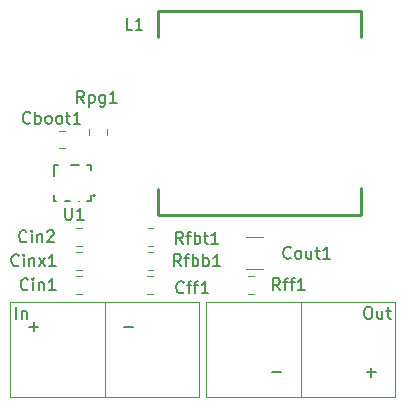
<source format=gbr>
%TF.GenerationSoftware,KiCad,Pcbnew,7.0.7*%
%TF.CreationDate,2023-08-27T13:56:46-07:00*%
%TF.ProjectId,DC-DC_converter,44432d44-435f-4636-9f6e-766572746572,rev?*%
%TF.SameCoordinates,Original*%
%TF.FileFunction,Legend,Top*%
%TF.FilePolarity,Positive*%
%FSLAX46Y46*%
G04 Gerber Fmt 4.6, Leading zero omitted, Abs format (unit mm)*
G04 Created by KiCad (PCBNEW 7.0.7) date 2023-08-27 13:56:46*
%MOMM*%
%LPD*%
G01*
G04 APERTURE LIST*
%ADD10C,0.150000*%
%ADD11C,0.200000*%
%ADD12C,0.152000*%
%ADD13C,0.120000*%
%ADD14C,0.254000*%
G04 APERTURE END LIST*
D10*
X54356095Y-80861819D02*
X54356095Y-81671342D01*
X54356095Y-81671342D02*
X54403714Y-81766580D01*
X54403714Y-81766580D02*
X54451333Y-81814200D01*
X54451333Y-81814200D02*
X54546571Y-81861819D01*
X54546571Y-81861819D02*
X54737047Y-81861819D01*
X54737047Y-81861819D02*
X54832285Y-81814200D01*
X54832285Y-81814200D02*
X54879904Y-81766580D01*
X54879904Y-81766580D02*
X54927523Y-81671342D01*
X54927523Y-81671342D02*
X54927523Y-80861819D01*
X55927523Y-81861819D02*
X55356095Y-81861819D01*
X55641809Y-81861819D02*
X55641809Y-80861819D01*
X55641809Y-80861819D02*
X55546571Y-81004676D01*
X55546571Y-81004676D02*
X55451333Y-81099914D01*
X55451333Y-81099914D02*
X55356095Y-81147533D01*
X55951571Y-71955819D02*
X55618238Y-71479628D01*
X55380143Y-71955819D02*
X55380143Y-70955819D01*
X55380143Y-70955819D02*
X55761095Y-70955819D01*
X55761095Y-70955819D02*
X55856333Y-71003438D01*
X55856333Y-71003438D02*
X55903952Y-71051057D01*
X55903952Y-71051057D02*
X55951571Y-71146295D01*
X55951571Y-71146295D02*
X55951571Y-71289152D01*
X55951571Y-71289152D02*
X55903952Y-71384390D01*
X55903952Y-71384390D02*
X55856333Y-71432009D01*
X55856333Y-71432009D02*
X55761095Y-71479628D01*
X55761095Y-71479628D02*
X55380143Y-71479628D01*
X56380143Y-71289152D02*
X56380143Y-72289152D01*
X56380143Y-71336771D02*
X56475381Y-71289152D01*
X56475381Y-71289152D02*
X56665857Y-71289152D01*
X56665857Y-71289152D02*
X56761095Y-71336771D01*
X56761095Y-71336771D02*
X56808714Y-71384390D01*
X56808714Y-71384390D02*
X56856333Y-71479628D01*
X56856333Y-71479628D02*
X56856333Y-71765342D01*
X56856333Y-71765342D02*
X56808714Y-71860580D01*
X56808714Y-71860580D02*
X56761095Y-71908200D01*
X56761095Y-71908200D02*
X56665857Y-71955819D01*
X56665857Y-71955819D02*
X56475381Y-71955819D01*
X56475381Y-71955819D02*
X56380143Y-71908200D01*
X57713476Y-71289152D02*
X57713476Y-72098676D01*
X57713476Y-72098676D02*
X57665857Y-72193914D01*
X57665857Y-72193914D02*
X57618238Y-72241533D01*
X57618238Y-72241533D02*
X57523000Y-72289152D01*
X57523000Y-72289152D02*
X57380143Y-72289152D01*
X57380143Y-72289152D02*
X57284905Y-72241533D01*
X57713476Y-71908200D02*
X57618238Y-71955819D01*
X57618238Y-71955819D02*
X57427762Y-71955819D01*
X57427762Y-71955819D02*
X57332524Y-71908200D01*
X57332524Y-71908200D02*
X57284905Y-71860580D01*
X57284905Y-71860580D02*
X57237286Y-71765342D01*
X57237286Y-71765342D02*
X57237286Y-71479628D01*
X57237286Y-71479628D02*
X57284905Y-71384390D01*
X57284905Y-71384390D02*
X57332524Y-71336771D01*
X57332524Y-71336771D02*
X57427762Y-71289152D01*
X57427762Y-71289152D02*
X57618238Y-71289152D01*
X57618238Y-71289152D02*
X57713476Y-71336771D01*
X58713476Y-71955819D02*
X58142048Y-71955819D01*
X58427762Y-71955819D02*
X58427762Y-70955819D01*
X58427762Y-70955819D02*
X58332524Y-71098676D01*
X58332524Y-71098676D02*
X58237286Y-71193914D01*
X58237286Y-71193914D02*
X58142048Y-71241533D01*
X72540904Y-87830819D02*
X72207571Y-87354628D01*
X71969476Y-87830819D02*
X71969476Y-86830819D01*
X71969476Y-86830819D02*
X72350428Y-86830819D01*
X72350428Y-86830819D02*
X72445666Y-86878438D01*
X72445666Y-86878438D02*
X72493285Y-86926057D01*
X72493285Y-86926057D02*
X72540904Y-87021295D01*
X72540904Y-87021295D02*
X72540904Y-87164152D01*
X72540904Y-87164152D02*
X72493285Y-87259390D01*
X72493285Y-87259390D02*
X72445666Y-87307009D01*
X72445666Y-87307009D02*
X72350428Y-87354628D01*
X72350428Y-87354628D02*
X71969476Y-87354628D01*
X72826619Y-87164152D02*
X73207571Y-87164152D01*
X72969476Y-87830819D02*
X72969476Y-86973676D01*
X72969476Y-86973676D02*
X73017095Y-86878438D01*
X73017095Y-86878438D02*
X73112333Y-86830819D01*
X73112333Y-86830819D02*
X73207571Y-86830819D01*
X73398048Y-87164152D02*
X73779000Y-87164152D01*
X73540905Y-87830819D02*
X73540905Y-86973676D01*
X73540905Y-86973676D02*
X73588524Y-86878438D01*
X73588524Y-86878438D02*
X73683762Y-86830819D01*
X73683762Y-86830819D02*
X73779000Y-86830819D01*
X74636143Y-87830819D02*
X74064715Y-87830819D01*
X74350429Y-87830819D02*
X74350429Y-86830819D01*
X74350429Y-86830819D02*
X74255191Y-86973676D01*
X74255191Y-86973676D02*
X74159953Y-87068914D01*
X74159953Y-87068914D02*
X74064715Y-87116533D01*
X64318023Y-83893819D02*
X63984690Y-83417628D01*
X63746595Y-83893819D02*
X63746595Y-82893819D01*
X63746595Y-82893819D02*
X64127547Y-82893819D01*
X64127547Y-82893819D02*
X64222785Y-82941438D01*
X64222785Y-82941438D02*
X64270404Y-82989057D01*
X64270404Y-82989057D02*
X64318023Y-83084295D01*
X64318023Y-83084295D02*
X64318023Y-83227152D01*
X64318023Y-83227152D02*
X64270404Y-83322390D01*
X64270404Y-83322390D02*
X64222785Y-83370009D01*
X64222785Y-83370009D02*
X64127547Y-83417628D01*
X64127547Y-83417628D02*
X63746595Y-83417628D01*
X64603738Y-83227152D02*
X64984690Y-83227152D01*
X64746595Y-83893819D02*
X64746595Y-83036676D01*
X64746595Y-83036676D02*
X64794214Y-82941438D01*
X64794214Y-82941438D02*
X64889452Y-82893819D01*
X64889452Y-82893819D02*
X64984690Y-82893819D01*
X65318024Y-83893819D02*
X65318024Y-82893819D01*
X65318024Y-83274771D02*
X65413262Y-83227152D01*
X65413262Y-83227152D02*
X65603738Y-83227152D01*
X65603738Y-83227152D02*
X65698976Y-83274771D01*
X65698976Y-83274771D02*
X65746595Y-83322390D01*
X65746595Y-83322390D02*
X65794214Y-83417628D01*
X65794214Y-83417628D02*
X65794214Y-83703342D01*
X65794214Y-83703342D02*
X65746595Y-83798580D01*
X65746595Y-83798580D02*
X65698976Y-83846200D01*
X65698976Y-83846200D02*
X65603738Y-83893819D01*
X65603738Y-83893819D02*
X65413262Y-83893819D01*
X65413262Y-83893819D02*
X65318024Y-83846200D01*
X66079929Y-83227152D02*
X66460881Y-83227152D01*
X66222786Y-82893819D02*
X66222786Y-83750961D01*
X66222786Y-83750961D02*
X66270405Y-83846200D01*
X66270405Y-83846200D02*
X66365643Y-83893819D01*
X66365643Y-83893819D02*
X66460881Y-83893819D01*
X67318024Y-83893819D02*
X66746596Y-83893819D01*
X67032310Y-83893819D02*
X67032310Y-82893819D01*
X67032310Y-82893819D02*
X66937072Y-83036676D01*
X66937072Y-83036676D02*
X66841834Y-83131914D01*
X66841834Y-83131914D02*
X66746596Y-83179533D01*
X64151356Y-85798819D02*
X63818023Y-85322628D01*
X63579928Y-85798819D02*
X63579928Y-84798819D01*
X63579928Y-84798819D02*
X63960880Y-84798819D01*
X63960880Y-84798819D02*
X64056118Y-84846438D01*
X64056118Y-84846438D02*
X64103737Y-84894057D01*
X64103737Y-84894057D02*
X64151356Y-84989295D01*
X64151356Y-84989295D02*
X64151356Y-85132152D01*
X64151356Y-85132152D02*
X64103737Y-85227390D01*
X64103737Y-85227390D02*
X64056118Y-85275009D01*
X64056118Y-85275009D02*
X63960880Y-85322628D01*
X63960880Y-85322628D02*
X63579928Y-85322628D01*
X64437071Y-85132152D02*
X64818023Y-85132152D01*
X64579928Y-85798819D02*
X64579928Y-84941676D01*
X64579928Y-84941676D02*
X64627547Y-84846438D01*
X64627547Y-84846438D02*
X64722785Y-84798819D01*
X64722785Y-84798819D02*
X64818023Y-84798819D01*
X65151357Y-85798819D02*
X65151357Y-84798819D01*
X65151357Y-85179771D02*
X65246595Y-85132152D01*
X65246595Y-85132152D02*
X65437071Y-85132152D01*
X65437071Y-85132152D02*
X65532309Y-85179771D01*
X65532309Y-85179771D02*
X65579928Y-85227390D01*
X65579928Y-85227390D02*
X65627547Y-85322628D01*
X65627547Y-85322628D02*
X65627547Y-85608342D01*
X65627547Y-85608342D02*
X65579928Y-85703580D01*
X65579928Y-85703580D02*
X65532309Y-85751200D01*
X65532309Y-85751200D02*
X65437071Y-85798819D01*
X65437071Y-85798819D02*
X65246595Y-85798819D01*
X65246595Y-85798819D02*
X65151357Y-85751200D01*
X66056119Y-85798819D02*
X66056119Y-84798819D01*
X66056119Y-85179771D02*
X66151357Y-85132152D01*
X66151357Y-85132152D02*
X66341833Y-85132152D01*
X66341833Y-85132152D02*
X66437071Y-85179771D01*
X66437071Y-85179771D02*
X66484690Y-85227390D01*
X66484690Y-85227390D02*
X66532309Y-85322628D01*
X66532309Y-85322628D02*
X66532309Y-85608342D01*
X66532309Y-85608342D02*
X66484690Y-85703580D01*
X66484690Y-85703580D02*
X66437071Y-85751200D01*
X66437071Y-85751200D02*
X66341833Y-85798819D01*
X66341833Y-85798819D02*
X66151357Y-85798819D01*
X66151357Y-85798819D02*
X66056119Y-85751200D01*
X67484690Y-85798819D02*
X66913262Y-85798819D01*
X67198976Y-85798819D02*
X67198976Y-84798819D01*
X67198976Y-84798819D02*
X67103738Y-84941676D01*
X67103738Y-84941676D02*
X67008500Y-85036914D01*
X67008500Y-85036914D02*
X66913262Y-85084533D01*
X79938666Y-89243819D02*
X80129142Y-89243819D01*
X80129142Y-89243819D02*
X80224380Y-89291438D01*
X80224380Y-89291438D02*
X80319618Y-89386676D01*
X80319618Y-89386676D02*
X80367237Y-89577152D01*
X80367237Y-89577152D02*
X80367237Y-89910485D01*
X80367237Y-89910485D02*
X80319618Y-90100961D01*
X80319618Y-90100961D02*
X80224380Y-90196200D01*
X80224380Y-90196200D02*
X80129142Y-90243819D01*
X80129142Y-90243819D02*
X79938666Y-90243819D01*
X79938666Y-90243819D02*
X79843428Y-90196200D01*
X79843428Y-90196200D02*
X79748190Y-90100961D01*
X79748190Y-90100961D02*
X79700571Y-89910485D01*
X79700571Y-89910485D02*
X79700571Y-89577152D01*
X79700571Y-89577152D02*
X79748190Y-89386676D01*
X79748190Y-89386676D02*
X79843428Y-89291438D01*
X79843428Y-89291438D02*
X79938666Y-89243819D01*
X81224380Y-89577152D02*
X81224380Y-90243819D01*
X80795809Y-89577152D02*
X80795809Y-90100961D01*
X80795809Y-90100961D02*
X80843428Y-90196200D01*
X80843428Y-90196200D02*
X80938666Y-90243819D01*
X80938666Y-90243819D02*
X81081523Y-90243819D01*
X81081523Y-90243819D02*
X81176761Y-90196200D01*
X81176761Y-90196200D02*
X81224380Y-90148580D01*
X81557714Y-89577152D02*
X81938666Y-89577152D01*
X81700571Y-89243819D02*
X81700571Y-90100961D01*
X81700571Y-90100961D02*
X81748190Y-90196200D01*
X81748190Y-90196200D02*
X81843428Y-90243819D01*
X81843428Y-90243819D02*
X81938666Y-90243819D01*
D11*
X80675951Y-94765733D02*
X79914047Y-94765733D01*
X80294999Y-94384780D02*
X80294999Y-95146685D01*
X72675951Y-94765733D02*
X71914047Y-94765733D01*
D10*
X60031333Y-65783619D02*
X59555143Y-65783619D01*
X59555143Y-65783619D02*
X59555143Y-64783619D01*
X60888476Y-65783619D02*
X60317048Y-65783619D01*
X60602762Y-65783619D02*
X60602762Y-64783619D01*
X60602762Y-64783619D02*
X60507524Y-64926476D01*
X60507524Y-64926476D02*
X60412286Y-65021714D01*
X60412286Y-65021714D02*
X60317048Y-65069333D01*
X50220619Y-90243819D02*
X50220619Y-89243819D01*
X50696809Y-89577152D02*
X50696809Y-90243819D01*
X50696809Y-89672390D02*
X50744428Y-89624771D01*
X50744428Y-89624771D02*
X50839666Y-89577152D01*
X50839666Y-89577152D02*
X50982523Y-89577152D01*
X50982523Y-89577152D02*
X51077761Y-89624771D01*
X51077761Y-89624771D02*
X51125380Y-89720009D01*
X51125380Y-89720009D02*
X51125380Y-90243819D01*
D11*
X51341048Y-90908266D02*
X52102953Y-90908266D01*
X51722000Y-91289219D02*
X51722000Y-90527314D01*
X59341048Y-90908266D02*
X60102953Y-90908266D01*
D10*
X73445856Y-85068580D02*
X73398237Y-85116200D01*
X73398237Y-85116200D02*
X73255380Y-85163819D01*
X73255380Y-85163819D02*
X73160142Y-85163819D01*
X73160142Y-85163819D02*
X73017285Y-85116200D01*
X73017285Y-85116200D02*
X72922047Y-85020961D01*
X72922047Y-85020961D02*
X72874428Y-84925723D01*
X72874428Y-84925723D02*
X72826809Y-84735247D01*
X72826809Y-84735247D02*
X72826809Y-84592390D01*
X72826809Y-84592390D02*
X72874428Y-84401914D01*
X72874428Y-84401914D02*
X72922047Y-84306676D01*
X72922047Y-84306676D02*
X73017285Y-84211438D01*
X73017285Y-84211438D02*
X73160142Y-84163819D01*
X73160142Y-84163819D02*
X73255380Y-84163819D01*
X73255380Y-84163819D02*
X73398237Y-84211438D01*
X73398237Y-84211438D02*
X73445856Y-84259057D01*
X74017285Y-85163819D02*
X73922047Y-85116200D01*
X73922047Y-85116200D02*
X73874428Y-85068580D01*
X73874428Y-85068580D02*
X73826809Y-84973342D01*
X73826809Y-84973342D02*
X73826809Y-84687628D01*
X73826809Y-84687628D02*
X73874428Y-84592390D01*
X73874428Y-84592390D02*
X73922047Y-84544771D01*
X73922047Y-84544771D02*
X74017285Y-84497152D01*
X74017285Y-84497152D02*
X74160142Y-84497152D01*
X74160142Y-84497152D02*
X74255380Y-84544771D01*
X74255380Y-84544771D02*
X74302999Y-84592390D01*
X74302999Y-84592390D02*
X74350618Y-84687628D01*
X74350618Y-84687628D02*
X74350618Y-84973342D01*
X74350618Y-84973342D02*
X74302999Y-85068580D01*
X74302999Y-85068580D02*
X74255380Y-85116200D01*
X74255380Y-85116200D02*
X74160142Y-85163819D01*
X74160142Y-85163819D02*
X74017285Y-85163819D01*
X75207761Y-84497152D02*
X75207761Y-85163819D01*
X74779190Y-84497152D02*
X74779190Y-85020961D01*
X74779190Y-85020961D02*
X74826809Y-85116200D01*
X74826809Y-85116200D02*
X74922047Y-85163819D01*
X74922047Y-85163819D02*
X75064904Y-85163819D01*
X75064904Y-85163819D02*
X75160142Y-85116200D01*
X75160142Y-85116200D02*
X75207761Y-85068580D01*
X75541095Y-84497152D02*
X75922047Y-84497152D01*
X75683952Y-84163819D02*
X75683952Y-85020961D01*
X75683952Y-85020961D02*
X75731571Y-85116200D01*
X75731571Y-85116200D02*
X75826809Y-85163819D01*
X75826809Y-85163819D02*
X75922047Y-85163819D01*
X76779190Y-85163819D02*
X76207762Y-85163819D01*
X76493476Y-85163819D02*
X76493476Y-84163819D01*
X76493476Y-84163819D02*
X76398238Y-84306676D01*
X76398238Y-84306676D02*
X76303000Y-84401914D01*
X76303000Y-84401914D02*
X76207762Y-84449533D01*
X50427095Y-85703580D02*
X50379476Y-85751200D01*
X50379476Y-85751200D02*
X50236619Y-85798819D01*
X50236619Y-85798819D02*
X50141381Y-85798819D01*
X50141381Y-85798819D02*
X49998524Y-85751200D01*
X49998524Y-85751200D02*
X49903286Y-85655961D01*
X49903286Y-85655961D02*
X49855667Y-85560723D01*
X49855667Y-85560723D02*
X49808048Y-85370247D01*
X49808048Y-85370247D02*
X49808048Y-85227390D01*
X49808048Y-85227390D02*
X49855667Y-85036914D01*
X49855667Y-85036914D02*
X49903286Y-84941676D01*
X49903286Y-84941676D02*
X49998524Y-84846438D01*
X49998524Y-84846438D02*
X50141381Y-84798819D01*
X50141381Y-84798819D02*
X50236619Y-84798819D01*
X50236619Y-84798819D02*
X50379476Y-84846438D01*
X50379476Y-84846438D02*
X50427095Y-84894057D01*
X50855667Y-85798819D02*
X50855667Y-85132152D01*
X50855667Y-84798819D02*
X50808048Y-84846438D01*
X50808048Y-84846438D02*
X50855667Y-84894057D01*
X50855667Y-84894057D02*
X50903286Y-84846438D01*
X50903286Y-84846438D02*
X50855667Y-84798819D01*
X50855667Y-84798819D02*
X50855667Y-84894057D01*
X51331857Y-85132152D02*
X51331857Y-85798819D01*
X51331857Y-85227390D02*
X51379476Y-85179771D01*
X51379476Y-85179771D02*
X51474714Y-85132152D01*
X51474714Y-85132152D02*
X51617571Y-85132152D01*
X51617571Y-85132152D02*
X51712809Y-85179771D01*
X51712809Y-85179771D02*
X51760428Y-85275009D01*
X51760428Y-85275009D02*
X51760428Y-85798819D01*
X52141381Y-85798819D02*
X52665190Y-85132152D01*
X52141381Y-85132152D02*
X52665190Y-85798819D01*
X53569952Y-85798819D02*
X52998524Y-85798819D01*
X53284238Y-85798819D02*
X53284238Y-84798819D01*
X53284238Y-84798819D02*
X53189000Y-84941676D01*
X53189000Y-84941676D02*
X53093762Y-85036914D01*
X53093762Y-85036914D02*
X52998524Y-85084533D01*
X51085857Y-83671580D02*
X51038238Y-83719200D01*
X51038238Y-83719200D02*
X50895381Y-83766819D01*
X50895381Y-83766819D02*
X50800143Y-83766819D01*
X50800143Y-83766819D02*
X50657286Y-83719200D01*
X50657286Y-83719200D02*
X50562048Y-83623961D01*
X50562048Y-83623961D02*
X50514429Y-83528723D01*
X50514429Y-83528723D02*
X50466810Y-83338247D01*
X50466810Y-83338247D02*
X50466810Y-83195390D01*
X50466810Y-83195390D02*
X50514429Y-83004914D01*
X50514429Y-83004914D02*
X50562048Y-82909676D01*
X50562048Y-82909676D02*
X50657286Y-82814438D01*
X50657286Y-82814438D02*
X50800143Y-82766819D01*
X50800143Y-82766819D02*
X50895381Y-82766819D01*
X50895381Y-82766819D02*
X51038238Y-82814438D01*
X51038238Y-82814438D02*
X51085857Y-82862057D01*
X51514429Y-83766819D02*
X51514429Y-83100152D01*
X51514429Y-82766819D02*
X51466810Y-82814438D01*
X51466810Y-82814438D02*
X51514429Y-82862057D01*
X51514429Y-82862057D02*
X51562048Y-82814438D01*
X51562048Y-82814438D02*
X51514429Y-82766819D01*
X51514429Y-82766819D02*
X51514429Y-82862057D01*
X51990619Y-83100152D02*
X51990619Y-83766819D01*
X51990619Y-83195390D02*
X52038238Y-83147771D01*
X52038238Y-83147771D02*
X52133476Y-83100152D01*
X52133476Y-83100152D02*
X52276333Y-83100152D01*
X52276333Y-83100152D02*
X52371571Y-83147771D01*
X52371571Y-83147771D02*
X52419190Y-83243009D01*
X52419190Y-83243009D02*
X52419190Y-83766819D01*
X52847762Y-82862057D02*
X52895381Y-82814438D01*
X52895381Y-82814438D02*
X52990619Y-82766819D01*
X52990619Y-82766819D02*
X53228714Y-82766819D01*
X53228714Y-82766819D02*
X53323952Y-82814438D01*
X53323952Y-82814438D02*
X53371571Y-82862057D01*
X53371571Y-82862057D02*
X53419190Y-82957295D01*
X53419190Y-82957295D02*
X53419190Y-83052533D01*
X53419190Y-83052533D02*
X53371571Y-83195390D01*
X53371571Y-83195390D02*
X52800143Y-83766819D01*
X52800143Y-83766819D02*
X53419190Y-83766819D01*
X51212857Y-87735580D02*
X51165238Y-87783200D01*
X51165238Y-87783200D02*
X51022381Y-87830819D01*
X51022381Y-87830819D02*
X50927143Y-87830819D01*
X50927143Y-87830819D02*
X50784286Y-87783200D01*
X50784286Y-87783200D02*
X50689048Y-87687961D01*
X50689048Y-87687961D02*
X50641429Y-87592723D01*
X50641429Y-87592723D02*
X50593810Y-87402247D01*
X50593810Y-87402247D02*
X50593810Y-87259390D01*
X50593810Y-87259390D02*
X50641429Y-87068914D01*
X50641429Y-87068914D02*
X50689048Y-86973676D01*
X50689048Y-86973676D02*
X50784286Y-86878438D01*
X50784286Y-86878438D02*
X50927143Y-86830819D01*
X50927143Y-86830819D02*
X51022381Y-86830819D01*
X51022381Y-86830819D02*
X51165238Y-86878438D01*
X51165238Y-86878438D02*
X51212857Y-86926057D01*
X51641429Y-87830819D02*
X51641429Y-87164152D01*
X51641429Y-86830819D02*
X51593810Y-86878438D01*
X51593810Y-86878438D02*
X51641429Y-86926057D01*
X51641429Y-86926057D02*
X51689048Y-86878438D01*
X51689048Y-86878438D02*
X51641429Y-86830819D01*
X51641429Y-86830819D02*
X51641429Y-86926057D01*
X52117619Y-87164152D02*
X52117619Y-87830819D01*
X52117619Y-87259390D02*
X52165238Y-87211771D01*
X52165238Y-87211771D02*
X52260476Y-87164152D01*
X52260476Y-87164152D02*
X52403333Y-87164152D01*
X52403333Y-87164152D02*
X52498571Y-87211771D01*
X52498571Y-87211771D02*
X52546190Y-87307009D01*
X52546190Y-87307009D02*
X52546190Y-87830819D01*
X53546190Y-87830819D02*
X52974762Y-87830819D01*
X53260476Y-87830819D02*
X53260476Y-86830819D01*
X53260476Y-86830819D02*
X53165238Y-86973676D01*
X53165238Y-86973676D02*
X53070000Y-87068914D01*
X53070000Y-87068914D02*
X52974762Y-87116533D01*
X64389404Y-87989580D02*
X64341785Y-88037200D01*
X64341785Y-88037200D02*
X64198928Y-88084819D01*
X64198928Y-88084819D02*
X64103690Y-88084819D01*
X64103690Y-88084819D02*
X63960833Y-88037200D01*
X63960833Y-88037200D02*
X63865595Y-87941961D01*
X63865595Y-87941961D02*
X63817976Y-87846723D01*
X63817976Y-87846723D02*
X63770357Y-87656247D01*
X63770357Y-87656247D02*
X63770357Y-87513390D01*
X63770357Y-87513390D02*
X63817976Y-87322914D01*
X63817976Y-87322914D02*
X63865595Y-87227676D01*
X63865595Y-87227676D02*
X63960833Y-87132438D01*
X63960833Y-87132438D02*
X64103690Y-87084819D01*
X64103690Y-87084819D02*
X64198928Y-87084819D01*
X64198928Y-87084819D02*
X64341785Y-87132438D01*
X64341785Y-87132438D02*
X64389404Y-87180057D01*
X64675119Y-87418152D02*
X65056071Y-87418152D01*
X64817976Y-88084819D02*
X64817976Y-87227676D01*
X64817976Y-87227676D02*
X64865595Y-87132438D01*
X64865595Y-87132438D02*
X64960833Y-87084819D01*
X64960833Y-87084819D02*
X65056071Y-87084819D01*
X65246548Y-87418152D02*
X65627500Y-87418152D01*
X65389405Y-88084819D02*
X65389405Y-87227676D01*
X65389405Y-87227676D02*
X65437024Y-87132438D01*
X65437024Y-87132438D02*
X65532262Y-87084819D01*
X65532262Y-87084819D02*
X65627500Y-87084819D01*
X66484643Y-88084819D02*
X65913215Y-88084819D01*
X66198929Y-88084819D02*
X66198929Y-87084819D01*
X66198929Y-87084819D02*
X66103691Y-87227676D01*
X66103691Y-87227676D02*
X66008453Y-87322914D01*
X66008453Y-87322914D02*
X65913215Y-87370533D01*
X51403475Y-73638580D02*
X51355856Y-73686200D01*
X51355856Y-73686200D02*
X51212999Y-73733819D01*
X51212999Y-73733819D02*
X51117761Y-73733819D01*
X51117761Y-73733819D02*
X50974904Y-73686200D01*
X50974904Y-73686200D02*
X50879666Y-73590961D01*
X50879666Y-73590961D02*
X50832047Y-73495723D01*
X50832047Y-73495723D02*
X50784428Y-73305247D01*
X50784428Y-73305247D02*
X50784428Y-73162390D01*
X50784428Y-73162390D02*
X50832047Y-72971914D01*
X50832047Y-72971914D02*
X50879666Y-72876676D01*
X50879666Y-72876676D02*
X50974904Y-72781438D01*
X50974904Y-72781438D02*
X51117761Y-72733819D01*
X51117761Y-72733819D02*
X51212999Y-72733819D01*
X51212999Y-72733819D02*
X51355856Y-72781438D01*
X51355856Y-72781438D02*
X51403475Y-72829057D01*
X51832047Y-73733819D02*
X51832047Y-72733819D01*
X51832047Y-73114771D02*
X51927285Y-73067152D01*
X51927285Y-73067152D02*
X52117761Y-73067152D01*
X52117761Y-73067152D02*
X52212999Y-73114771D01*
X52212999Y-73114771D02*
X52260618Y-73162390D01*
X52260618Y-73162390D02*
X52308237Y-73257628D01*
X52308237Y-73257628D02*
X52308237Y-73543342D01*
X52308237Y-73543342D02*
X52260618Y-73638580D01*
X52260618Y-73638580D02*
X52212999Y-73686200D01*
X52212999Y-73686200D02*
X52117761Y-73733819D01*
X52117761Y-73733819D02*
X51927285Y-73733819D01*
X51927285Y-73733819D02*
X51832047Y-73686200D01*
X52879666Y-73733819D02*
X52784428Y-73686200D01*
X52784428Y-73686200D02*
X52736809Y-73638580D01*
X52736809Y-73638580D02*
X52689190Y-73543342D01*
X52689190Y-73543342D02*
X52689190Y-73257628D01*
X52689190Y-73257628D02*
X52736809Y-73162390D01*
X52736809Y-73162390D02*
X52784428Y-73114771D01*
X52784428Y-73114771D02*
X52879666Y-73067152D01*
X52879666Y-73067152D02*
X53022523Y-73067152D01*
X53022523Y-73067152D02*
X53117761Y-73114771D01*
X53117761Y-73114771D02*
X53165380Y-73162390D01*
X53165380Y-73162390D02*
X53212999Y-73257628D01*
X53212999Y-73257628D02*
X53212999Y-73543342D01*
X53212999Y-73543342D02*
X53165380Y-73638580D01*
X53165380Y-73638580D02*
X53117761Y-73686200D01*
X53117761Y-73686200D02*
X53022523Y-73733819D01*
X53022523Y-73733819D02*
X52879666Y-73733819D01*
X53784428Y-73733819D02*
X53689190Y-73686200D01*
X53689190Y-73686200D02*
X53641571Y-73638580D01*
X53641571Y-73638580D02*
X53593952Y-73543342D01*
X53593952Y-73543342D02*
X53593952Y-73257628D01*
X53593952Y-73257628D02*
X53641571Y-73162390D01*
X53641571Y-73162390D02*
X53689190Y-73114771D01*
X53689190Y-73114771D02*
X53784428Y-73067152D01*
X53784428Y-73067152D02*
X53927285Y-73067152D01*
X53927285Y-73067152D02*
X54022523Y-73114771D01*
X54022523Y-73114771D02*
X54070142Y-73162390D01*
X54070142Y-73162390D02*
X54117761Y-73257628D01*
X54117761Y-73257628D02*
X54117761Y-73543342D01*
X54117761Y-73543342D02*
X54070142Y-73638580D01*
X54070142Y-73638580D02*
X54022523Y-73686200D01*
X54022523Y-73686200D02*
X53927285Y-73733819D01*
X53927285Y-73733819D02*
X53784428Y-73733819D01*
X54403476Y-73067152D02*
X54784428Y-73067152D01*
X54546333Y-72733819D02*
X54546333Y-73590961D01*
X54546333Y-73590961D02*
X54593952Y-73686200D01*
X54593952Y-73686200D02*
X54689190Y-73733819D01*
X54689190Y-73733819D02*
X54784428Y-73733819D01*
X55641571Y-73733819D02*
X55070143Y-73733819D01*
X55355857Y-73733819D02*
X55355857Y-72733819D01*
X55355857Y-72733819D02*
X55260619Y-72876676D01*
X55260619Y-72876676D02*
X55165381Y-72971914D01*
X55165381Y-72971914D02*
X55070143Y-73019533D01*
D12*
%TO.C,U1*%
X53775000Y-77193000D02*
X53440000Y-77193000D01*
X54377000Y-80293000D02*
X54783000Y-80293000D01*
X53440000Y-77193000D02*
X53440000Y-78188000D01*
X55537000Y-80293000D02*
X55575000Y-80293000D01*
X56540000Y-77193000D02*
X56185000Y-77193000D01*
X53440000Y-79798000D02*
X53440000Y-80293000D01*
X56540000Y-77688000D02*
X56540000Y-77193000D01*
X56185000Y-80293000D02*
X56540000Y-80293000D01*
X56540000Y-80293000D02*
X56540000Y-79798000D01*
X55575000Y-77193000D02*
X54885000Y-77193000D01*
X53440000Y-80293000D02*
X53623000Y-80293000D01*
D10*
X56865000Y-79793000D02*
G75*
G03*
X56865000Y-79793000I-75000J0D01*
G01*
D13*
%TO.C,Rpg1*%
X57885000Y-74194936D02*
X57885000Y-74649064D01*
X56415000Y-74194936D02*
X56415000Y-74649064D01*
%TO.C,Rff1*%
X69876936Y-86641000D02*
X70331064Y-86641000D01*
X69876936Y-88111000D02*
X70331064Y-88111000D01*
%TO.C,Rfbt1*%
X61798564Y-84047000D02*
X61344436Y-84047000D01*
X61798564Y-82577000D02*
X61344436Y-82577000D01*
%TO.C,Rfbb1*%
X61344436Y-84609000D02*
X61798564Y-84609000D01*
X61344436Y-86079000D02*
X61798564Y-86079000D01*
%TO.C,Out*%
X74295000Y-96837000D02*
X66295000Y-96837000D01*
X66295000Y-96837000D02*
X66295000Y-88837000D01*
X66295000Y-88837000D02*
X74295000Y-88837000D01*
X74295000Y-88837000D02*
X74295000Y-96837000D01*
X74295000Y-96837000D02*
X82295000Y-96837000D01*
X82295000Y-96837000D02*
X82295000Y-88837000D01*
X82295000Y-88837000D02*
X74295000Y-88837000D01*
X74295000Y-88837000D02*
X74295000Y-96837000D01*
D14*
%TO.C,L1*%
X79389000Y-79212800D02*
X79389000Y-81421800D01*
X62188000Y-81421800D02*
X79389000Y-81421800D01*
X62188000Y-64221800D02*
X79389000Y-64221800D01*
X62188000Y-66415800D02*
X62188000Y-64221800D01*
X62188000Y-81421800D02*
X62188000Y-79227800D01*
X79389000Y-64221800D02*
X79389000Y-66430800D01*
D13*
%TO.C,In*%
X57722000Y-88837000D02*
X65722000Y-88837000D01*
X65722000Y-88837000D02*
X65722000Y-96837000D01*
X65722000Y-96837000D02*
X57722000Y-96837000D01*
X57722000Y-96837000D02*
X57722000Y-88837000D01*
X57722000Y-88837000D02*
X49722000Y-88837000D01*
X49722000Y-88837000D02*
X49722000Y-96837000D01*
X49722000Y-96837000D02*
X57722000Y-96837000D01*
X57722000Y-96837000D02*
X57722000Y-88837000D01*
%TO.C,Cout1*%
X71069252Y-86069000D02*
X69646748Y-86069000D01*
X71069252Y-83349000D02*
X69646748Y-83349000D01*
%TO.C,Cinx1*%
X55237748Y-86079000D02*
X55760252Y-86079000D01*
X55237748Y-84609000D02*
X55760252Y-84609000D01*
%TO.C,Cin2*%
X55237748Y-84047000D02*
X55760252Y-84047000D01*
X55237748Y-82577000D02*
X55760252Y-82577000D01*
%TO.C,Cin1*%
X55237748Y-88111000D02*
X55760252Y-88111000D01*
X55237748Y-86641000D02*
X55760252Y-86641000D01*
%TO.C,Cff1*%
X61832752Y-86641000D02*
X61310248Y-86641000D01*
X61832752Y-88111000D02*
X61310248Y-88111000D01*
%TO.C,Cboot1*%
X53840748Y-75792000D02*
X54363252Y-75792000D01*
X53840748Y-74322000D02*
X54363252Y-74322000D01*
%TD*%
M02*

</source>
